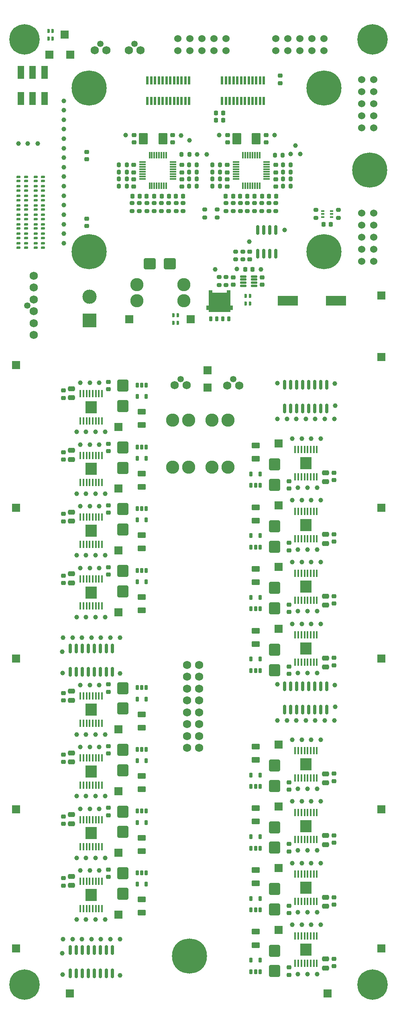
<source format=gts>
G04 #@! TF.GenerationSoftware,KiCad,Pcbnew,9.0.5*
G04 #@! TF.CreationDate,2025-11-08T18:16:23-06:00*
G04 #@! TF.ProjectId,PowerDistributionUnit_Mk1,506f7765-7244-4697-9374-726962757469,rev?*
G04 #@! TF.SameCoordinates,Original*
G04 #@! TF.FileFunction,Soldermask,Top*
G04 #@! TF.FilePolarity,Negative*
%FSLAX46Y46*%
G04 Gerber Fmt 4.6, Leading zero omitted, Abs format (unit mm)*
G04 Created by KiCad (PCBNEW 9.0.5) date 2025-11-08 18:16:23*
%MOMM*%
%LPD*%
G01*
G04 APERTURE LIST*
G04 Aperture macros list*
%AMRoundRect*
0 Rectangle with rounded corners*
0 $1 Rounding radius*
0 $2 $3 $4 $5 $6 $7 $8 $9 X,Y pos of 4 corners*
0 Add a 4 corners polygon primitive as box body*
4,1,4,$2,$3,$4,$5,$6,$7,$8,$9,$2,$3,0*
0 Add four circle primitives for the rounded corners*
1,1,$1+$1,$2,$3*
1,1,$1+$1,$4,$5*
1,1,$1+$1,$6,$7*
1,1,$1+$1,$8,$9*
0 Add four rect primitives between the rounded corners*
20,1,$1+$1,$2,$3,$4,$5,0*
20,1,$1+$1,$4,$5,$6,$7,0*
20,1,$1+$1,$6,$7,$8,$9,0*
20,1,$1+$1,$8,$9,$2,$3,0*%
%AMFreePoly0*
4,1,18,-0.697500,2.280000,2.027500,2.280000,2.502500,2.280000,2.502500,1.530000,2.027500,1.530000,2.027500,-1.530000,2.502500,-1.530000,2.502500,-2.280000,-0.697500,-2.280000,-0.697500,-2.775000,-1.602500,-2.775000,-1.602500,-2.280000,-2.027500,-2.280000,-2.027500,2.280000,-1.602500,2.280000,-1.602500,2.775000,-0.697500,2.775000,-0.697500,2.280000,-0.697500,2.280000,$1*%
G04 Aperture macros list end*
%ADD10RoundRect,0.250000X-0.475000X0.250000X-0.475000X-0.250000X0.475000X-0.250000X0.475000X0.250000X0*%
%ADD11RoundRect,0.225000X0.225000X0.250000X-0.225000X0.250000X-0.225000X-0.250000X0.225000X-0.250000X0*%
%ADD12C,1.000000*%
%ADD13R,1.700000X1.700000*%
%ADD14C,6.400000*%
%ADD15RoundRect,0.105000X0.245000X-0.395000X0.245000X0.395000X-0.245000X0.395000X-0.245000X-0.395000X0*%
%ADD16C,1.752600*%
%ADD17RoundRect,0.250000X0.475000X-0.250000X0.475000X0.250000X-0.475000X0.250000X-0.475000X-0.250000X0*%
%ADD18R,2.460000X2.660000*%
%ADD19RoundRect,0.100000X0.100000X-0.687500X0.100000X0.687500X-0.100000X0.687500X-0.100000X-0.687500X0*%
%ADD20RoundRect,0.150000X-0.150000X0.825000X-0.150000X-0.825000X0.150000X-0.825000X0.150000X0.825000X0*%
%ADD21RoundRect,0.200000X0.275000X-0.200000X0.275000X0.200000X-0.275000X0.200000X-0.275000X-0.200000X0*%
%ADD22RoundRect,0.200000X0.200000X0.275000X-0.200000X0.275000X-0.200000X-0.275000X0.200000X-0.275000X0*%
%ADD23RoundRect,0.250000X-1.000000X-0.900000X1.000000X-0.900000X1.000000X0.900000X-1.000000X0.900000X0*%
%ADD24RoundRect,0.225000X0.250000X-0.225000X0.250000X0.225000X-0.250000X0.225000X-0.250000X-0.225000X0*%
%ADD25RoundRect,0.225000X-0.250000X0.225000X-0.250000X-0.225000X0.250000X-0.225000X0.250000X0.225000X0*%
%ADD26R,3.000000X3.000000*%
%ADD27C,3.000000*%
%ADD28RoundRect,0.082500X-0.317500X-0.192500X0.317500X-0.192500X0.317500X0.192500X-0.317500X0.192500X0*%
%ADD29RoundRect,0.250000X-0.625000X0.375000X-0.625000X-0.375000X0.625000X-0.375000X0.625000X0.375000X0*%
%ADD30RoundRect,0.100000X-0.100000X0.687500X-0.100000X-0.687500X0.100000X-0.687500X0.100000X0.687500X0*%
%ADD31R,0.300000X1.450000*%
%ADD32R,1.450000X0.300000*%
%ADD33RoundRect,0.250000X0.625000X-0.375000X0.625000X0.375000X-0.625000X0.375000X-0.625000X-0.375000X0*%
%ADD34RoundRect,0.200000X-0.200000X-0.275000X0.200000X-0.275000X0.200000X0.275000X-0.200000X0.275000X0*%
%ADD35RoundRect,0.250000X0.900000X-1.000000X0.900000X1.000000X-0.900000X1.000000X-0.900000X-1.000000X0*%
%ADD36RoundRect,0.250000X-0.900000X1.000000X-0.900000X-1.000000X0.900000X-1.000000X0.900000X1.000000X0*%
%ADD37RoundRect,0.105000X-0.245000X0.395000X-0.245000X-0.395000X0.245000X-0.395000X0.245000X0.395000X0*%
%ADD38RoundRect,0.082500X-0.192500X0.317500X-0.192500X-0.317500X0.192500X-0.317500X0.192500X0.317500X0*%
%ADD39C,1.346200*%
%ADD40C,2.780000*%
%ADD41RoundRect,0.225000X-0.225000X-0.250000X0.225000X-0.250000X0.225000X0.250000X-0.225000X0.250000X0*%
%ADD42RoundRect,0.100000X-0.225000X-0.100000X0.225000X-0.100000X0.225000X0.100000X-0.225000X0.100000X0*%
%ADD43C,1.524000*%
%ADD44C,7.400000*%
%ADD45RoundRect,0.082500X0.192500X-0.317500X0.192500X0.317500X-0.192500X0.317500X-0.192500X-0.317500X0*%
%ADD46RoundRect,0.125000X0.537500X0.125000X-0.537500X0.125000X-0.537500X-0.125000X0.537500X-0.125000X0*%
%ADD47RoundRect,0.200000X-0.275000X0.200000X-0.275000X-0.200000X0.275000X-0.200000X0.275000X0.200000X0*%
%ADD48RoundRect,0.150000X0.150000X-0.825000X0.150000X0.825000X-0.150000X0.825000X-0.150000X-0.825000X0*%
%ADD49R,4.350000X2.100000*%
%ADD50RoundRect,0.187500X0.187500X-0.312500X0.187500X0.312500X-0.187500X0.312500X-0.187500X-0.312500X0*%
%ADD51FreePoly0,90.000000*%
%ADD52RoundRect,0.250000X0.700000X0.950000X-0.700000X0.950000X-0.700000X-0.950000X0.700000X-0.950000X0*%
%ADD53RoundRect,0.102000X0.600000X1.250000X-0.600000X1.250000X-0.600000X-1.250000X0.600000X-1.250000X0*%
%ADD54R,0.550000X1.800000*%
G04 APERTURE END LIST*
D10*
X178900000Y-147350000D03*
X178900000Y-149250000D03*
D11*
X142675000Y300000D03*
X141125000Y300000D03*
D12*
X175850000Y-50750000D03*
D13*
X179300000Y-167600000D03*
D12*
X177850000Y-63750000D03*
X175050000Y-124500000D03*
D13*
X113600000Y-97100000D03*
D12*
X131148000Y-52000000D03*
D14*
X188800000Y33300000D03*
D12*
X177850000Y-50750000D03*
D15*
X139150000Y-67900000D03*
X141050000Y-67900000D03*
X141050000Y-65500000D03*
X140100000Y-65500000D03*
X139150000Y-65500000D03*
D11*
X157275000Y16300000D03*
X155725000Y16300000D03*
D12*
X129148000Y-128700000D03*
D13*
X135198000Y-87300000D03*
D16*
X152200000Y-115900000D03*
X152200000Y-113400000D03*
X152200000Y-110900000D03*
X152200000Y-108400000D03*
X152200000Y-105900000D03*
X152200000Y-103400000D03*
X152200000Y-100900000D03*
X152200000Y-98399999D03*
X149700000Y-115900000D03*
X149700000Y-113400000D03*
X149700000Y-110900000D03*
X149700000Y-108400000D03*
X149700000Y-105900000D03*
X149700000Y-103400000D03*
X149700000Y-100900000D03*
X149700000Y-98399999D03*
D17*
X125298000Y-81150000D03*
X125298000Y-79250000D03*
D13*
X113600000Y-35300000D03*
X190600000Y-33600000D03*
D12*
X173500000Y9200000D03*
X177050000Y-87100000D03*
X127148000Y-65000000D03*
D18*
X129448000Y-107850000D03*
D19*
X127173000Y-110712500D03*
X127823000Y-110712500D03*
X128473000Y-110712500D03*
X129123000Y-110712500D03*
X129773000Y-110712500D03*
X130423000Y-110712500D03*
X131073000Y-110712500D03*
X131723000Y-110712500D03*
X131723000Y-104987500D03*
X131073000Y-104987500D03*
X130423000Y-104987500D03*
X129773000Y-104987500D03*
X129123000Y-104987500D03*
X128473000Y-104987500D03*
X127823000Y-104987500D03*
X127173000Y-104987500D03*
D12*
X177050000Y-137500000D03*
D20*
X168405000Y-6825000D03*
X167135000Y-6825000D03*
X165865000Y-6825000D03*
X164595000Y-6825000D03*
X164595000Y-11775000D03*
X165865000Y-11775000D03*
X167135000Y-11775000D03*
X168405000Y-11775000D03*
D21*
X163900000Y-2825000D03*
X163900000Y-1175000D03*
D12*
X173050000Y-100100000D03*
X123498000Y-92700000D03*
D13*
X190600000Y-128850000D03*
D22*
X171525000Y3900000D03*
X169875000Y3900000D03*
D11*
X157275000Y17800000D03*
X155725000Y17800000D03*
D12*
X173850000Y-114150000D03*
X171850000Y-50750000D03*
D23*
X141750000Y-13900000D03*
X146050000Y-13900000D03*
D12*
X131148000Y-102700000D03*
D24*
X133048000Y-130075000D03*
X133048000Y-128525000D03*
D12*
X173050000Y-163500000D03*
D11*
X148850000Y300000D03*
X147300000Y300000D03*
D25*
X180650000Y-96925000D03*
X180650000Y-98475000D03*
D12*
X175050000Y-163500000D03*
X132348000Y-113050000D03*
X171850000Y-140150000D03*
X150200000Y12100000D03*
D26*
X129100000Y-25900000D03*
D27*
X129100000Y-20900000D03*
D12*
X129148000Y-78000000D03*
D28*
X117702359Y-521641D03*
X117702359Y378359D03*
X119302359Y378359D03*
X119302359Y-521641D03*
D12*
X128348000Y-49350000D03*
D13*
X190600000Y-20600000D03*
D10*
X178900000Y-96950000D03*
X178900000Y-98850000D03*
D14*
X115400000Y-165700000D03*
D29*
X140100000Y-121800000D03*
X140100000Y-124600000D03*
D12*
X129498000Y-92700000D03*
D18*
X174750000Y-145350000D03*
D30*
X177025000Y-142487500D03*
X176375000Y-142487500D03*
X175725000Y-142487500D03*
X175075000Y-142487500D03*
X174425000Y-142487500D03*
X173775000Y-142487500D03*
X173125000Y-142487500D03*
X172475000Y-142487500D03*
X172475000Y-148212500D03*
X173125000Y-148212500D03*
X173775000Y-148212500D03*
X174425000Y-148212500D03*
X175075000Y-148212500D03*
X175725000Y-148212500D03*
X176375000Y-148212500D03*
X177025000Y-148212500D03*
D12*
X123700000Y-5600000D03*
X173850000Y-153150000D03*
X130348000Y-139050000D03*
X132348000Y-152050000D03*
D24*
X123548000Y-55175000D03*
X123548000Y-53625000D03*
D31*
X141750000Y2475000D03*
X142250000Y2475000D03*
X142750000Y2475000D03*
X143250000Y2475000D03*
X143750000Y2475000D03*
X144250000Y2475000D03*
X144750000Y2475000D03*
X145250000Y2475000D03*
D32*
X146725000Y3950000D03*
X146725000Y4450000D03*
X146725000Y4950000D03*
X146725000Y5450000D03*
X146725000Y5950000D03*
X146725000Y6450000D03*
X146725000Y6950000D03*
X146725000Y7450000D03*
D31*
X145250000Y8925000D03*
X144750000Y8925000D03*
X144250000Y8925000D03*
X143750000Y8925000D03*
X143250000Y8925000D03*
X142750000Y8925000D03*
X142250000Y8925000D03*
X141750000Y8925000D03*
D32*
X140275000Y7450000D03*
X140275000Y6950000D03*
X140275000Y6450000D03*
X140275000Y5950000D03*
X140275000Y5450000D03*
X140275000Y4950000D03*
X140275000Y4450000D03*
X140275000Y3950000D03*
D13*
X123800000Y34300000D03*
D24*
X128500000Y-5975000D03*
X128500000Y-4425000D03*
D12*
X177850000Y-76750000D03*
D13*
X135198000Y-151000000D03*
D29*
X140100000Y-45100000D03*
X140100000Y-47900000D03*
D12*
X123700000Y14400000D03*
X175050000Y-100100000D03*
X135500000Y-163800000D03*
X177050000Y-163500000D03*
D29*
X140100000Y-147800000D03*
X140100000Y-150600000D03*
D12*
X123700000Y-3600000D03*
D21*
X142675000Y-2825000D03*
X142675000Y-1175000D03*
D13*
X135198000Y-48300000D03*
D12*
X126348000Y-152050000D03*
D10*
X178900000Y-83950000D03*
X178900000Y-85850000D03*
D13*
X169000000Y-154200000D03*
D12*
X173850000Y-89750000D03*
D18*
X174750000Y-158350000D03*
D30*
X177025000Y-155487500D03*
X176375000Y-155487500D03*
X175725000Y-155487500D03*
X175075000Y-155487500D03*
X174425000Y-155487500D03*
X173775000Y-155487500D03*
X173125000Y-155487500D03*
X172475000Y-155487500D03*
X172475000Y-161212500D03*
X173125000Y-161212500D03*
X173775000Y-161212500D03*
X174425000Y-161212500D03*
X175075000Y-161212500D03*
X175725000Y-161212500D03*
X176375000Y-161212500D03*
X177025000Y-161212500D03*
D12*
X177850000Y-114150000D03*
D13*
X169000000Y-51800000D03*
D33*
X164100000Y-144400000D03*
X164100000Y-141600000D03*
D34*
X135275000Y3900000D03*
X136925000Y3900000D03*
D35*
X168100000Y-149900000D03*
X168100000Y-145600000D03*
D36*
X136098000Y-116300000D03*
X136098000Y-120600000D03*
D12*
X175850000Y-140150000D03*
D24*
X133048000Y-40375000D03*
X133048000Y-38825000D03*
D21*
X160900000Y-2825000D03*
X160900000Y-1175000D03*
D35*
X168100000Y-99500000D03*
X168100000Y-95200000D03*
X168100000Y-73500000D03*
X168100000Y-69200000D03*
D21*
X156000000Y-4190000D03*
X156000000Y-2540000D03*
D13*
X169000000Y-128200000D03*
D35*
X168100000Y-86500000D03*
X168100000Y-82200000D03*
D11*
X168475000Y300000D03*
X166925000Y300000D03*
D37*
X165050000Y-147600000D03*
X163150000Y-147600000D03*
X163150000Y-150000000D03*
X164100000Y-150000000D03*
X165050000Y-150000000D03*
D34*
X135275000Y2400000D03*
X136925000Y2400000D03*
D36*
X136098000Y-39600000D03*
X136098000Y-43900000D03*
D13*
X135198000Y-74300000D03*
D20*
X133943000Y-158425000D03*
X132673000Y-158425000D03*
X131403000Y-158425000D03*
X130133000Y-158425000D03*
X128863000Y-158425000D03*
X127593000Y-158425000D03*
X126323000Y-158425000D03*
X125053000Y-158425000D03*
X125053000Y-163375000D03*
X126323000Y-163375000D03*
X127593000Y-163375000D03*
X128863000Y-163375000D03*
X130133000Y-163375000D03*
X131403000Y-163375000D03*
X132673000Y-163375000D03*
X133943000Y-163375000D03*
D12*
X177850000Y-153150000D03*
X135498000Y-92700000D03*
X178700000Y-46600000D03*
D35*
X168100000Y-123900000D03*
X168100000Y-119600000D03*
D11*
X179975000Y-5649499D03*
X178425000Y-5649499D03*
D12*
X127148000Y-115700000D03*
X126348000Y-139050000D03*
D15*
X139150000Y-54900000D03*
X141050000Y-54900000D03*
X141050000Y-52500000D03*
X140100000Y-52500000D03*
X139150000Y-52500000D03*
D12*
X180800000Y-39200000D03*
D21*
X181600000Y-4274499D03*
X181600000Y-2624499D03*
D38*
X120412500Y35100000D03*
X121312500Y35100000D03*
X121312500Y33500000D03*
X120412500Y33500000D03*
D13*
X190600000Y-65350000D03*
D12*
X175850000Y-76750000D03*
D22*
X151725000Y6900000D03*
X150075000Y6900000D03*
D13*
X113600000Y-158100000D03*
D12*
X173050000Y-61100000D03*
X130348000Y-126050000D03*
D24*
X133048000Y-143075000D03*
X133048000Y-141525000D03*
D12*
X127148000Y-52000000D03*
X171850000Y-114150000D03*
D13*
X169000000Y-115200000D03*
D33*
X164100000Y-68000000D03*
X164100000Y-65200000D03*
D21*
X148850000Y-2825000D03*
X148850000Y-1175000D03*
D37*
X165050000Y-121600000D03*
X163150000Y-121600000D03*
X163150000Y-124000000D03*
X164100000Y-124000000D03*
X165050000Y-124000000D03*
D12*
X135498000Y-156200000D03*
D28*
X117702359Y-8521641D03*
X117702359Y-7621641D03*
X119302359Y-7621641D03*
X119302359Y-8521641D03*
D24*
X133048000Y-104075000D03*
X133048000Y-102525000D03*
D25*
X171150000Y-123125000D03*
X171150000Y-124675000D03*
D18*
X174750000Y-68950000D03*
D30*
X177025000Y-66087500D03*
X176375000Y-66087500D03*
X175725000Y-66087500D03*
X175075000Y-66087500D03*
X174425000Y-66087500D03*
X173775000Y-66087500D03*
X173125000Y-66087500D03*
X172475000Y-66087500D03*
X172475000Y-71812500D03*
X173125000Y-71812500D03*
X173775000Y-71812500D03*
X174425000Y-71812500D03*
X175075000Y-71812500D03*
X175725000Y-71812500D03*
X176375000Y-71812500D03*
X177025000Y-71812500D03*
D13*
X124900000Y-167600000D03*
D28*
X117702359Y1478359D03*
X117702359Y2378359D03*
X119302359Y2378359D03*
X119302359Y1478359D03*
D12*
X170700000Y-46600000D03*
D28*
X117702359Y-6521641D03*
X117702359Y-5621641D03*
X119302359Y-5621641D03*
X119302359Y-6521641D03*
D17*
X125298000Y-105850000D03*
X125298000Y-103950000D03*
D24*
X133048000Y-53375000D03*
X133048000Y-51825000D03*
D12*
X131498000Y-92700000D03*
X129498000Y-156200000D03*
D24*
X133048000Y-117075000D03*
X133048000Y-115525000D03*
X169300000Y24125000D03*
X169300000Y25675000D03*
D37*
X165050000Y-71200000D03*
X163150000Y-71200000D03*
X163150000Y-73600000D03*
X164100000Y-73600000D03*
X165050000Y-73600000D03*
D24*
X133048000Y-66375000D03*
X133048000Y-64825000D03*
D12*
X173850000Y-127150000D03*
D14*
X188800000Y-165700000D03*
D15*
X139150000Y-144600000D03*
X141050000Y-144600000D03*
X141050000Y-142200000D03*
X140100000Y-142200000D03*
X139150000Y-142200000D03*
X139150000Y-118600000D03*
X141050000Y-118600000D03*
X141050000Y-116200000D03*
X140100000Y-116200000D03*
X139150000Y-116200000D03*
D39*
X159400000Y-38210000D03*
D16*
X160650000Y-39550000D03*
X158150000Y-39550000D03*
D12*
X177850000Y-127150000D03*
D29*
X140100000Y-71100000D03*
X140100000Y-73900000D03*
D33*
X164100000Y-94000000D03*
X164100000Y-91200000D03*
D12*
X173850000Y-50750000D03*
D13*
X190600000Y-97100000D03*
D12*
X123700000Y8400000D03*
D39*
X115960000Y-22700000D03*
D16*
X117300000Y-16450000D03*
X117300000Y-18950000D03*
X117300000Y-21450000D03*
X117300000Y-23950000D03*
X117300000Y-26450000D03*
X117300000Y-28950000D03*
D12*
X128348000Y-126050000D03*
X123298000Y-159100000D03*
X153800000Y9100000D03*
D40*
X146600000Y-56760000D03*
X150000000Y-56760000D03*
X146600000Y-46840000D03*
X150000000Y-46840000D03*
D37*
X165050000Y-134600000D03*
X163150000Y-134600000D03*
X163150000Y-137000000D03*
X164100000Y-137000000D03*
X165050000Y-137000000D03*
D41*
X138125000Y300000D03*
X139675000Y300000D03*
D21*
X162400000Y-2825000D03*
X162400000Y-1175000D03*
D12*
X130348000Y-88350000D03*
D37*
X165050000Y-97200000D03*
X163150000Y-97200000D03*
X163150000Y-99600000D03*
X164100000Y-99600000D03*
X165050000Y-99600000D03*
D12*
X174700000Y-110075000D03*
X131148000Y-141700000D03*
D42*
X178250000Y-2799499D03*
X178250000Y-3449499D03*
X178250000Y-4099499D03*
X180150000Y-4099499D03*
X180150000Y-3449499D03*
X180150000Y-2799499D03*
D12*
X130348000Y-49350000D03*
D25*
X138400000Y6875000D03*
X138400000Y5325000D03*
D12*
X177850000Y-140150000D03*
D33*
X164100000Y-131400000D03*
X164100000Y-128600000D03*
D12*
X129148000Y-52000000D03*
X175050000Y-137500000D03*
D43*
X178496600Y30963300D03*
X178496600Y33503300D03*
X175956600Y30963300D03*
X175956600Y33503300D03*
X173416600Y30963300D03*
X173416600Y33503300D03*
X170876600Y30963300D03*
X170876600Y33503300D03*
X168336600Y30963300D03*
X168336600Y33503300D03*
D12*
X125498000Y-156200000D03*
X175850000Y-114150000D03*
D24*
X123548000Y-131875000D03*
X123548000Y-130325000D03*
D12*
X131148000Y-78000000D03*
D36*
X136098000Y-103300000D03*
X136098000Y-107600000D03*
D12*
X123700000Y-7600000D03*
D17*
X125298000Y-42150000D03*
X125298000Y-40250000D03*
D41*
X144325000Y300000D03*
X145875000Y300000D03*
D33*
X164100000Y-81000000D03*
X164100000Y-78200000D03*
D13*
X125000000Y30100000D03*
X113600000Y-65350000D03*
D21*
X147350000Y-2825000D03*
X147350000Y-1175000D03*
D12*
X171850000Y-127150000D03*
X160200000Y-15050000D03*
X165200000Y-15100000D03*
X175050000Y-150500000D03*
D21*
X159900000Y-13025000D03*
X159900000Y-11375000D03*
D18*
X174750000Y-132350000D03*
D30*
X177025000Y-129487500D03*
X176375000Y-129487500D03*
X175725000Y-129487500D03*
X175075000Y-129487500D03*
X174425000Y-129487500D03*
X173775000Y-129487500D03*
X173125000Y-129487500D03*
X172475000Y-129487500D03*
X172475000Y-135212500D03*
X173125000Y-135212500D03*
X173775000Y-135212500D03*
X174425000Y-135212500D03*
X175075000Y-135212500D03*
X175725000Y-135212500D03*
X176375000Y-135212500D03*
X177025000Y-135212500D03*
D12*
X127148000Y-39000000D03*
D22*
X171525000Y2400000D03*
X169875000Y2400000D03*
D15*
X139150000Y-80900000D03*
X141050000Y-80900000D03*
X141050000Y-78500000D03*
X140100000Y-78500000D03*
X139150000Y-78500000D03*
D18*
X174750000Y-81950000D03*
D30*
X177025000Y-79087500D03*
X176375000Y-79087500D03*
X175725000Y-79087500D03*
X175075000Y-79087500D03*
X174425000Y-79087500D03*
X173775000Y-79087500D03*
X173125000Y-79087500D03*
X172475000Y-79087500D03*
X172475000Y-84812500D03*
X173125000Y-84812500D03*
X173775000Y-84812500D03*
X174425000Y-84812500D03*
X175075000Y-84812500D03*
X175725000Y-84812500D03*
X176375000Y-84812500D03*
X177025000Y-84812500D03*
D21*
X159400000Y-2825000D03*
X159400000Y-1175000D03*
D12*
X129148000Y-141700000D03*
D21*
X176800000Y-4274499D03*
X176800000Y-2624499D03*
D12*
X128348000Y-113050000D03*
X123700000Y12400000D03*
D13*
X154000000Y-36400000D03*
D25*
X180650000Y-160325000D03*
X180650000Y-161875000D03*
D12*
X123700000Y-9600000D03*
X175050000Y-74100000D03*
D41*
X163925000Y300000D03*
X165475000Y300000D03*
D12*
X123298000Y-95600000D03*
D25*
X171150000Y-85725000D03*
X171150000Y-87275000D03*
D13*
X169000000Y-141200000D03*
D24*
X158100000Y2325000D03*
X158100000Y3875000D03*
D12*
X125498000Y-92700000D03*
D35*
X168100000Y-162900000D03*
X168100000Y-158600000D03*
D28*
X114102359Y1478359D03*
X114102359Y2378359D03*
X115702359Y2378359D03*
X115702359Y1478359D03*
D21*
X166900000Y-2825000D03*
X166900000Y-1175000D03*
D12*
X175850000Y-89750000D03*
X168700000Y-102500000D03*
X132348000Y-49350000D03*
D25*
X180650000Y-147325000D03*
X180650000Y-148875000D03*
X171150000Y-98725000D03*
X171150000Y-100275000D03*
D12*
X168700000Y-46600000D03*
X175050000Y-87100000D03*
D25*
X171150000Y-162125000D03*
X171150000Y-163675000D03*
D15*
X139150000Y-131600000D03*
X141050000Y-131600000D03*
X141050000Y-129200000D03*
X140100000Y-129200000D03*
X139150000Y-129200000D03*
D13*
X135198000Y-61300000D03*
D44*
X188200000Y5800000D03*
D28*
X114102359Y-521641D03*
X114102359Y378359D03*
X115702359Y378359D03*
X115702359Y-521641D03*
D25*
X171150000Y-72725000D03*
X171150000Y-74275000D03*
D12*
X128348000Y-139050000D03*
D24*
X123548000Y-42175000D03*
X123548000Y-40625000D03*
D12*
X128348000Y-88350000D03*
D34*
X154975000Y6900000D03*
X156625000Y6900000D03*
D12*
X170700000Y-110075000D03*
D31*
X161450000Y2475000D03*
X161950000Y2475000D03*
X162450000Y2475000D03*
X162950000Y2475000D03*
X163450000Y2475000D03*
X163950000Y2475000D03*
X164450000Y2475000D03*
X164950000Y2475000D03*
D32*
X166425000Y3950000D03*
X166425000Y4450000D03*
X166425000Y4950000D03*
X166425000Y5450000D03*
X166425000Y5950000D03*
X166425000Y6450000D03*
X166425000Y6950000D03*
X166425000Y7450000D03*
D31*
X164950000Y8925000D03*
X164450000Y8925000D03*
X163950000Y8925000D03*
X163450000Y8925000D03*
X162950000Y8925000D03*
X162450000Y8925000D03*
X161950000Y8925000D03*
X161450000Y8925000D03*
D32*
X159975000Y7450000D03*
X159975000Y6950000D03*
X159975000Y6450000D03*
X159975000Y5950000D03*
X159975000Y5450000D03*
X159975000Y4950000D03*
X159975000Y4450000D03*
X159975000Y3950000D03*
D45*
X162950000Y-22300000D03*
X162050000Y-22300000D03*
X162050000Y-20700000D03*
X162950000Y-20700000D03*
D46*
X163800000Y-18575000D03*
X163800000Y-17925000D03*
X163800000Y-17275000D03*
X163800000Y-16625000D03*
X161525000Y-16625000D03*
X161525000Y-17275000D03*
X161525000Y-17925000D03*
X161525000Y-18575000D03*
D25*
X168400000Y6875000D03*
X168400000Y5325000D03*
D12*
X129148000Y-39000000D03*
D47*
X156400000Y-16750000D03*
X156400000Y-18400000D03*
D22*
X151725000Y5400000D03*
X150075000Y5400000D03*
D12*
X171850000Y-63750000D03*
X132348000Y-126050000D03*
X118164359Y11353359D03*
X127148000Y-128700000D03*
D48*
X170255000Y-107850000D03*
X171525000Y-107850000D03*
X172795000Y-107850000D03*
X174065000Y-107850000D03*
X175335000Y-107850000D03*
X176605000Y-107850000D03*
X177875000Y-107850000D03*
X179145000Y-107850000D03*
X179145000Y-102900000D03*
X177875000Y-102900000D03*
X176605000Y-102900000D03*
X175335000Y-102900000D03*
X174065000Y-102900000D03*
X172795000Y-102900000D03*
X171525000Y-102900000D03*
X170255000Y-102900000D03*
D24*
X168400000Y2325000D03*
X168400000Y3875000D03*
D36*
X136098000Y-129300000D03*
X136098000Y-133600000D03*
D21*
X141175000Y-2825000D03*
X141175000Y-1175000D03*
D13*
X135198000Y-125000000D03*
D12*
X131148000Y-39000000D03*
X127148000Y-141700000D03*
X126348000Y-88350000D03*
X123700000Y16400000D03*
X126348000Y-49350000D03*
X177050000Y-124500000D03*
D25*
X171150000Y-136125000D03*
X171150000Y-137675000D03*
D12*
X175050000Y-61100000D03*
D24*
X159400000Y-18350000D03*
X159400000Y-16800000D03*
D35*
X168100000Y-136900000D03*
X168100000Y-132600000D03*
D49*
X170900000Y-21700000D03*
X181100000Y-21700000D03*
D39*
X148300000Y-38200000D03*
D16*
X149550000Y-39540000D03*
X147050000Y-39540000D03*
D12*
X132348000Y-139050000D03*
D21*
X161400000Y-13025000D03*
X161400000Y-11375000D03*
D12*
X129148000Y-102700000D03*
X132348000Y-88350000D03*
X173050000Y-87100000D03*
D21*
X153400000Y-4190000D03*
X153400000Y-2540000D03*
D25*
X171150000Y-149125000D03*
X171150000Y-150675000D03*
D12*
X131148000Y-65000000D03*
D36*
X136098000Y-65600000D03*
X136098000Y-69900000D03*
D12*
X177050000Y-61100000D03*
D25*
X171150000Y-59725000D03*
X171150000Y-61275000D03*
D40*
X154900000Y-56760000D03*
X158300000Y-56760000D03*
X154900000Y-46840000D03*
X158300000Y-46840000D03*
D13*
X120600000Y30100000D03*
D24*
X123548000Y-81175000D03*
X123548000Y-79625000D03*
D12*
X127498000Y-92700000D03*
X180700000Y-110075000D03*
D17*
X125298000Y-144850000D03*
X125298000Y-142950000D03*
D12*
X176700000Y-110075000D03*
D50*
X154645000Y-25542250D03*
X155915000Y-25542250D03*
X157185000Y-25542250D03*
X158455000Y-25542250D03*
D51*
X156550000Y-22050000D03*
D41*
X161925000Y-15150000D03*
X163475000Y-15150000D03*
D43*
X186460000Y-13460000D03*
X189000000Y-13460000D03*
X186460000Y-10920000D03*
X189000000Y-10920000D03*
X186460000Y-8380000D03*
X189000000Y-8380000D03*
X186460000Y-5840000D03*
X189000000Y-5840000D03*
X186460000Y-3300000D03*
X189000000Y-3300000D03*
D10*
X178900000Y-160350000D03*
X178900000Y-162250000D03*
D37*
X165050000Y-160600000D03*
X163150000Y-160600000D03*
X163150000Y-163000000D03*
X164100000Y-163000000D03*
X165050000Y-163000000D03*
D12*
X123700000Y20400000D03*
D15*
X139150000Y-105600000D03*
X141050000Y-105600000D03*
X141050000Y-103200000D03*
X140100000Y-103200000D03*
X139150000Y-103200000D03*
D12*
X128348000Y-152050000D03*
D25*
X158100000Y6875000D03*
X158100000Y5325000D03*
X180650000Y-134325000D03*
X180650000Y-135875000D03*
D12*
X126348000Y-113050000D03*
X133498000Y-156200000D03*
D18*
X129448000Y-57150000D03*
D19*
X127173000Y-60012500D03*
X127823000Y-60012500D03*
X128473000Y-60012500D03*
X129123000Y-60012500D03*
X129773000Y-60012500D03*
X130423000Y-60012500D03*
X131073000Y-60012500D03*
X131723000Y-60012500D03*
X131723000Y-54287500D03*
X131073000Y-54287500D03*
X130423000Y-54287500D03*
X129773000Y-54287500D03*
X129123000Y-54287500D03*
X128473000Y-54287500D03*
X127823000Y-54287500D03*
X127173000Y-54287500D03*
D52*
X144550000Y12400000D03*
X140450000Y12400000D03*
D12*
X128348000Y-62350000D03*
D13*
X137500000Y-25600000D03*
X113600000Y-128850000D03*
D22*
X151725000Y3900000D03*
X150075000Y3900000D03*
D12*
X171850000Y-153150000D03*
X180900000Y-107200000D03*
X126348000Y-62350000D03*
D13*
X150400000Y-25600000D03*
D12*
X148400000Y13100000D03*
X173850000Y-76750000D03*
X175850000Y-127150000D03*
D28*
X117702359Y-4521641D03*
X117702359Y-3621641D03*
X119302359Y-3621641D03*
X119302359Y-4521641D03*
D34*
X154975000Y5400000D03*
X156625000Y5400000D03*
D24*
X162900000Y-12975000D03*
X162900000Y-11425000D03*
D44*
X150200000Y-159700000D03*
D36*
X136098000Y-142300000D03*
X136098000Y-146600000D03*
D53*
X119600000Y26400000D03*
X117100000Y26400000D03*
X114600000Y26400000D03*
X119600000Y20900000D03*
X117100000Y20900000D03*
X114600000Y20900000D03*
D28*
X117702359Y-2521641D03*
X117702359Y-1621641D03*
X119302359Y-1621641D03*
X119302359Y-2521641D03*
D12*
X177050000Y-100100000D03*
X155600000Y-15100000D03*
D25*
X138500000Y13175000D03*
X138500000Y11625000D03*
D12*
X126348000Y-75350000D03*
X173850000Y-140150000D03*
X135500000Y-100200000D03*
D36*
X136098000Y-52600000D03*
X136098000Y-56900000D03*
D37*
X165050000Y-58200000D03*
X163150000Y-58200000D03*
X163150000Y-60600000D03*
X164100000Y-60600000D03*
X165050000Y-60600000D03*
D12*
X176700000Y-46600000D03*
X123700000Y4400000D03*
X180700000Y-46600000D03*
D13*
X190600000Y-158100000D03*
D34*
X135275000Y5375000D03*
X136925000Y5375000D03*
D10*
X178900000Y-70950000D03*
X178900000Y-72850000D03*
D12*
X151800000Y9100000D03*
D21*
X165400000Y-2825000D03*
X165400000Y-1175000D03*
D12*
X123700000Y-1600000D03*
D34*
X154975000Y3900000D03*
X156625000Y3900000D03*
D28*
X114102359Y-8521641D03*
X114102359Y-7621641D03*
X115702359Y-7621641D03*
X115702359Y-8521641D03*
D24*
X133048000Y-79375000D03*
X133048000Y-77825000D03*
D21*
X144275000Y-2825000D03*
X144275000Y-1175000D03*
D12*
X130348000Y-75350000D03*
D24*
X128515000Y8095000D03*
X128515000Y9645000D03*
D33*
X164100000Y-157400000D03*
X164100000Y-154600000D03*
D12*
X123700000Y6400000D03*
D10*
X178900000Y-134350000D03*
X178900000Y-136250000D03*
D40*
X139040000Y-18300000D03*
X139040000Y-21700000D03*
X148960000Y-18300000D03*
X148960000Y-21700000D03*
D12*
X123700000Y18400000D03*
D28*
X114102359Y3478359D03*
X114102359Y4378359D03*
X115702359Y4378359D03*
X115702359Y3478359D03*
D12*
X173050000Y-74100000D03*
D18*
X129448000Y-120850000D03*
D19*
X127173000Y-123712500D03*
X127823000Y-123712500D03*
X128473000Y-123712500D03*
X129123000Y-123712500D03*
X129773000Y-123712500D03*
X130423000Y-123712500D03*
X131073000Y-123712500D03*
X131723000Y-123712500D03*
X131723000Y-117987500D03*
X131073000Y-117987500D03*
X130423000Y-117987500D03*
X129773000Y-117987500D03*
X129123000Y-117987500D03*
X128473000Y-117987500D03*
X127823000Y-117987500D03*
X127173000Y-117987500D03*
D24*
X123548000Y-144875000D03*
X123548000Y-143325000D03*
D22*
X169825000Y8900000D03*
X168175000Y8900000D03*
D43*
X186460000Y14720000D03*
X189000000Y14720000D03*
X186460000Y17260000D03*
X189000000Y17260000D03*
X186460000Y19800000D03*
X189000000Y19800000D03*
X186460000Y22340000D03*
X189000000Y22340000D03*
X186460000Y24880000D03*
X189000000Y24880000D03*
D22*
X171525000Y5400000D03*
X169875000Y5400000D03*
D12*
X130348000Y-62350000D03*
D21*
X157900000Y-18400000D03*
X157900000Y-16750000D03*
D18*
X129448000Y-44150000D03*
D19*
X127173000Y-47012500D03*
X127823000Y-47012500D03*
X128473000Y-47012500D03*
X129123000Y-47012500D03*
X129773000Y-47012500D03*
X130423000Y-47012500D03*
X131073000Y-47012500D03*
X131723000Y-47012500D03*
X131723000Y-41287500D03*
X131073000Y-41287500D03*
X130423000Y-41287500D03*
X129773000Y-41287500D03*
X129123000Y-41287500D03*
X128473000Y-41287500D03*
X127823000Y-41287500D03*
X127173000Y-41287500D03*
D18*
X129448000Y-70150000D03*
D19*
X127173000Y-73012500D03*
X127823000Y-73012500D03*
X128473000Y-73012500D03*
X129123000Y-73012500D03*
X129773000Y-73012500D03*
X130423000Y-73012500D03*
X131073000Y-73012500D03*
X131723000Y-73012500D03*
X131723000Y-67287500D03*
X131073000Y-67287500D03*
X130423000Y-67287500D03*
X129773000Y-67287500D03*
X129123000Y-67287500D03*
X128473000Y-67287500D03*
X127823000Y-67287500D03*
X127173000Y-67287500D03*
D12*
X168100000Y13200000D03*
X116064359Y11353359D03*
D25*
X148600000Y6875000D03*
X148600000Y5325000D03*
D12*
X127148000Y-78000000D03*
X177050000Y-74100000D03*
X131148000Y-115700000D03*
X127148000Y-102700000D03*
D20*
X133943000Y-94925000D03*
X132673000Y-94925000D03*
X131403000Y-94925000D03*
X130133000Y-94925000D03*
X128863000Y-94925000D03*
X127593000Y-94925000D03*
X126323000Y-94925000D03*
X125053000Y-94925000D03*
X125053000Y-99875000D03*
X126323000Y-99875000D03*
X127593000Y-99875000D03*
X128863000Y-99875000D03*
X130133000Y-99875000D03*
X131403000Y-99875000D03*
X132673000Y-99875000D03*
X133943000Y-99875000D03*
D12*
X132348000Y-62350000D03*
D13*
X135198000Y-138000000D03*
D28*
X114102359Y-2521641D03*
X114102359Y-1621641D03*
X115702359Y-1621641D03*
X115702359Y-2521641D03*
D12*
X175850000Y-63750000D03*
D18*
X174750000Y-119350000D03*
D30*
X177025000Y-116487500D03*
X176375000Y-116487500D03*
X175725000Y-116487500D03*
X175075000Y-116487500D03*
X174425000Y-116487500D03*
X173775000Y-116487500D03*
X173125000Y-116487500D03*
X172475000Y-116487500D03*
X172475000Y-122212500D03*
X173125000Y-122212500D03*
X173775000Y-122212500D03*
X174425000Y-122212500D03*
X175075000Y-122212500D03*
X175725000Y-122212500D03*
X176375000Y-122212500D03*
X177025000Y-122212500D03*
D12*
X126348000Y-126050000D03*
D13*
X169000000Y-64800000D03*
D39*
X138601000Y32339850D03*
D16*
X139851000Y30999850D03*
X137351000Y30999850D03*
D33*
X164100000Y-55000000D03*
X164100000Y-52200000D03*
D12*
X123700000Y10400000D03*
X128348000Y-75350000D03*
D24*
X123548000Y-118875000D03*
X123548000Y-117325000D03*
D18*
X129448000Y-146850000D03*
D19*
X127173000Y-149712500D03*
X127823000Y-149712500D03*
X128473000Y-149712500D03*
X129123000Y-149712500D03*
X129773000Y-149712500D03*
X130423000Y-149712500D03*
X131073000Y-149712500D03*
X131723000Y-149712500D03*
X131723000Y-143987500D03*
X131073000Y-143987500D03*
X130423000Y-143987500D03*
X129773000Y-143987500D03*
X129123000Y-143987500D03*
X128473000Y-143987500D03*
X127823000Y-143987500D03*
X127173000Y-143987500D03*
D18*
X129448000Y-83150000D03*
D19*
X127173000Y-86012500D03*
X127823000Y-86012500D03*
X128473000Y-86012500D03*
X129123000Y-86012500D03*
X129773000Y-86012500D03*
X130423000Y-86012500D03*
X131073000Y-86012500D03*
X131723000Y-86012500D03*
X131723000Y-80287500D03*
X131073000Y-80287500D03*
X130423000Y-80287500D03*
X129773000Y-80287500D03*
X129123000Y-80287500D03*
X128473000Y-80287500D03*
X127823000Y-80287500D03*
X127173000Y-80287500D03*
D12*
X168700000Y-110075000D03*
X171500000Y9200000D03*
D34*
X154975000Y2400000D03*
X156625000Y2400000D03*
D10*
X178900000Y-121350000D03*
X178900000Y-123250000D03*
D13*
X169000000Y-77800000D03*
D12*
X173850000Y-63750000D03*
D22*
X150125000Y9100000D03*
X148475000Y9100000D03*
D12*
X170200000Y-6800000D03*
D17*
X125298000Y-131850000D03*
X125298000Y-129950000D03*
D12*
X136700000Y13200000D03*
D21*
X157900000Y-2825000D03*
X157900000Y-1175000D03*
D25*
X180650000Y-121325000D03*
X180650000Y-122875000D03*
D22*
X151725000Y2400000D03*
X150075000Y2400000D03*
D12*
X123700000Y2400000D03*
D24*
X165500000Y-18375000D03*
X165500000Y-16825000D03*
D12*
X114064359Y11353359D03*
D17*
X125298000Y-118850000D03*
X125298000Y-116950000D03*
D11*
X162375000Y300000D03*
X160825000Y300000D03*
D18*
X174750000Y-55950000D03*
D30*
X177025000Y-53087500D03*
X176375000Y-53087500D03*
X175725000Y-53087500D03*
X175075000Y-53087500D03*
X174425000Y-53087500D03*
X173775000Y-53087500D03*
X173125000Y-53087500D03*
X172475000Y-53087500D03*
X172475000Y-58812500D03*
X173125000Y-58812500D03*
X173775000Y-58812500D03*
X174425000Y-58812500D03*
X175075000Y-58812500D03*
X175725000Y-58812500D03*
X176375000Y-58812500D03*
X177025000Y-58812500D03*
D12*
X172700000Y-110075000D03*
X172500000Y11000000D03*
X180900000Y-43800000D03*
X123398000Y-100100000D03*
D28*
X114102359Y-6521641D03*
X114102359Y-5621641D03*
X115702359Y-5621641D03*
X115702359Y-6521641D03*
D15*
X139150000Y-41900000D03*
X141050000Y-41900000D03*
X141050000Y-39500000D03*
X140100000Y-39500000D03*
X139150000Y-39500000D03*
D12*
X178700000Y-110075000D03*
D13*
X135198000Y-112000000D03*
D21*
X145775000Y-2825000D03*
X145775000Y-1175000D03*
D12*
X130348000Y-152050000D03*
D54*
X157063911Y20349998D03*
X157063910Y24649939D03*
X157863910Y20349939D03*
X157863910Y24650000D03*
X158663910Y20349939D03*
X158663911Y24650000D03*
X159463910Y20349939D03*
X159463909Y24650000D03*
X160263910Y20349939D03*
X160263910Y24650000D03*
X161063910Y20349939D03*
X161063908Y24650000D03*
X161863910Y20349939D03*
X161863909Y24650000D03*
X162663910Y20349939D03*
X162663910Y24650000D03*
X163463909Y20349998D03*
X163463909Y24650000D03*
X164263909Y20349998D03*
X164263909Y24650000D03*
X165063908Y20349998D03*
X165063908Y24650000D03*
X165863909Y20349998D03*
X165863909Y24650000D03*
X141309933Y20399998D03*
X141309933Y24700000D03*
X142109932Y20399998D03*
X142109932Y24700000D03*
X142909933Y20399998D03*
X142909933Y24700000D03*
X143709931Y20399998D03*
X143709931Y24700000D03*
X144509932Y20399998D03*
X144509932Y24700000D03*
X145309930Y20399998D03*
X145309930Y24700000D03*
X146109931Y20399998D03*
X146109931Y24700000D03*
X146909932Y20399998D03*
X146909932Y24700000D03*
X147709931Y20399998D03*
X147709931Y24700000D03*
X148509931Y20399998D03*
X148509931Y24700000D03*
X149309930Y20399998D03*
X149309930Y24700000D03*
X150109931Y20399998D03*
X150109931Y24700000D03*
D44*
X129000000Y23100000D03*
X178500000Y23100000D03*
X129000000Y-11400000D03*
X178500000Y-11400000D03*
D25*
X158200000Y13175000D03*
X158200000Y11625000D03*
D12*
X173050000Y-124500000D03*
D28*
X114102359Y-4521641D03*
X114102359Y-3621641D03*
X115702359Y-3621641D03*
X115702359Y-4521641D03*
D24*
X138400000Y2325000D03*
X138400000Y3875000D03*
D39*
X131401000Y32339850D03*
D16*
X132651000Y30999850D03*
X130151000Y30999850D03*
D12*
X123498000Y-156200000D03*
X130348000Y-113050000D03*
X175850000Y-153150000D03*
D25*
X180650000Y-70925000D03*
X180650000Y-72475000D03*
D12*
X173050000Y-137500000D03*
D17*
X125298000Y-68150000D03*
X125298000Y-66250000D03*
D24*
X123548000Y-68175000D03*
X123548000Y-66625000D03*
D29*
X140100000Y-134800000D03*
X140100000Y-137600000D03*
D45*
X147687500Y-26400000D03*
X146787500Y-26400000D03*
X146787500Y-24800000D03*
X147687500Y-24800000D03*
D12*
X177050000Y-150500000D03*
D29*
X140100000Y-84100000D03*
X140100000Y-86900000D03*
D17*
X125298000Y-55150000D03*
X125298000Y-53250000D03*
D48*
X170255000Y-44375000D03*
X171525000Y-44375000D03*
X172795000Y-44375000D03*
X174065000Y-44375000D03*
X175335000Y-44375000D03*
X176605000Y-44375000D03*
X177875000Y-44375000D03*
X179145000Y-44375000D03*
X179145000Y-39425000D03*
X177875000Y-39425000D03*
X176605000Y-39425000D03*
X175335000Y-39425000D03*
X174065000Y-39425000D03*
X172795000Y-39425000D03*
X171525000Y-39425000D03*
X170255000Y-39425000D03*
D12*
X171850000Y-89750000D03*
D21*
X138075000Y-2825000D03*
X138075000Y-1175000D03*
D12*
X173050000Y-150500000D03*
D13*
X154000000Y-40000000D03*
X169000000Y-90800000D03*
D21*
X168400000Y-2825000D03*
X168400000Y-1175000D03*
D12*
X131498000Y-156200000D03*
X177850000Y-89750000D03*
D24*
X148600000Y2325000D03*
X148600000Y3875000D03*
D12*
X180800000Y-102675000D03*
X172700000Y-46600000D03*
X133498000Y-92700000D03*
D35*
X168100000Y-60500000D03*
X168100000Y-56200000D03*
D25*
X180650000Y-83925000D03*
X180650000Y-85475000D03*
D36*
X136098000Y-78600000D03*
X136098000Y-82900000D03*
D52*
X164250000Y12400000D03*
X160150000Y12400000D03*
D25*
X146600000Y13175000D03*
X146600000Y11625000D03*
D10*
X178900000Y-57950000D03*
X178900000Y-59850000D03*
D18*
X129448000Y-133850000D03*
D19*
X127173000Y-136712500D03*
X127823000Y-136712500D03*
X128473000Y-136712500D03*
X129123000Y-136712500D03*
X129773000Y-136712500D03*
X130423000Y-136712500D03*
X131073000Y-136712500D03*
X131723000Y-136712500D03*
X131723000Y-130987500D03*
X131073000Y-130987500D03*
X130423000Y-130987500D03*
X129773000Y-130987500D03*
X129123000Y-130987500D03*
X128473000Y-130987500D03*
X127823000Y-130987500D03*
X127173000Y-130987500D03*
D12*
X129148000Y-115700000D03*
X171850000Y-76750000D03*
X156400000Y13200000D03*
D25*
X166300000Y13175000D03*
X166300000Y11625000D03*
D28*
X114102359Y-10521641D03*
X114102359Y-9621641D03*
X115702359Y-9621641D03*
X115702359Y-10521641D03*
D12*
X162800000Y-9300000D03*
D24*
X123548000Y-105875000D03*
X123548000Y-104325000D03*
D12*
X132348000Y-75350000D03*
X129148000Y-65000000D03*
D37*
X165050000Y-84200000D03*
X163150000Y-84200000D03*
X163150000Y-86600000D03*
X164100000Y-86600000D03*
X165050000Y-86600000D03*
D29*
X140100000Y-58100000D03*
X140100000Y-60900000D03*
D12*
X123700000Y400000D03*
X123398000Y-163600000D03*
X174700000Y-46600000D03*
D33*
X164100000Y-118400000D03*
X164100000Y-115600000D03*
D14*
X115400000Y33300000D03*
D12*
X168700000Y-39100000D03*
D21*
X139575000Y-2825000D03*
X139575000Y-1175000D03*
D41*
X157825000Y300000D03*
X159375000Y300000D03*
D25*
X180650000Y-57925000D03*
X180650000Y-59475000D03*
D22*
X171525000Y6900000D03*
X169875000Y6900000D03*
D28*
X117702359Y3478359D03*
X117702359Y4378359D03*
X119302359Y4378359D03*
X119302359Y3478359D03*
D18*
X174750000Y-94950000D03*
D30*
X177025000Y-92087500D03*
X176375000Y-92087500D03*
X175725000Y-92087500D03*
X175075000Y-92087500D03*
X174425000Y-92087500D03*
X173775000Y-92087500D03*
X173125000Y-92087500D03*
X172475000Y-92087500D03*
X172475000Y-97812500D03*
X173125000Y-97812500D03*
X173775000Y-97812500D03*
X174425000Y-97812500D03*
X175075000Y-97812500D03*
X175725000Y-97812500D03*
X176375000Y-97812500D03*
X177025000Y-97812500D03*
D12*
X127498000Y-156200000D03*
D29*
X140100000Y-108800000D03*
X140100000Y-111600000D03*
D12*
X131148000Y-128700000D03*
D34*
X135275000Y6875000D03*
X136925000Y6875000D03*
D28*
X117702359Y-10521641D03*
X117702359Y-9621641D03*
X119302359Y-9621641D03*
X119302359Y-10521641D03*
D43*
X157896600Y30960000D03*
X157896600Y33500000D03*
X155356600Y30960000D03*
X155356600Y33500000D03*
X152816600Y30960000D03*
X152816600Y33500000D03*
X150276600Y30960000D03*
X150276600Y33500000D03*
X147736600Y30960000D03*
X147736600Y33500000D03*
M02*

</source>
